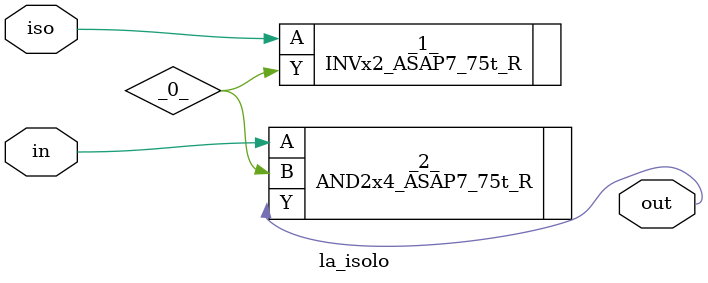
<source format=v>

/* Generated by Yosys 0.41 (git sha1 c1ad37779, g++ 11.4.0-1ubuntu1~22.04 -fPIC -Os) */

module la_isolo(iso, in, out);
  wire _0_;
  input in;
  wire in;
  input iso;
  wire iso;
  output out;
  wire out;
  INVx2_ASAP7_75t_R _1_ (
    .A(iso),
    .Y(_0_)
  );
  AND2x4_ASAP7_75t_R _2_ (
    .A(in),
    .B(_0_),
    .Y(out)
  );
endmodule

</source>
